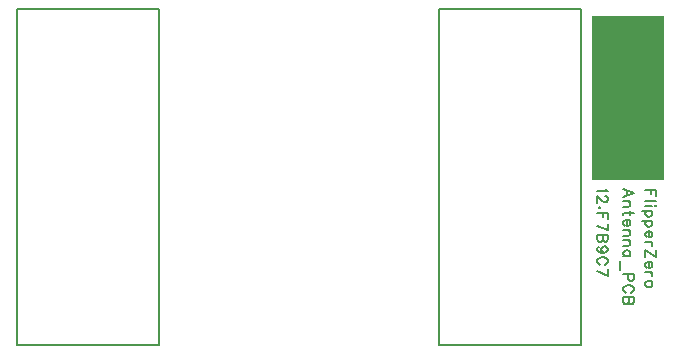
<source format=gto>
G04 Layer: TopSilkscreenLayer*
G04 EasyEDA Pro v2.1.51.8c9149c1.e57db4, 2024-04-09 19:57:42*
G04 Gerber Generator version 0.3*
G04 Scale: 100 percent, Rotated: No, Reflected: No*
G04 Dimensions in millimeters*
G04 Leading zeros omitted, absolute positions, 3 integers and 5 decimals*
%FSLAX35Y35*%
%MOMM*%
%ADD10C,0.1778*%
%ADD11C,0.18288*%
G75*


G04 Text Start*
G54D10*
G01X5978141Y-2533162D02*
G01X5889749Y-2533162D01*
G01X5978141Y-2533162D02*
G01X5978141Y-2587772D01*
G01X5935977Y-2533162D02*
G01X5935977Y-2566944D01*
G01X5978141Y-2625872D02*
G01X5889749Y-2625872D01*
G01X5978141Y-2663972D02*
G01X5973823Y-2668036D01*
G01X5978141Y-2672354D01*
G01X5982205Y-2668036D01*
G01X5978141Y-2663972D01*
G01X5948677Y-2668036D02*
G01X5889749Y-2668036D01*
G01X5948677Y-2710454D02*
G01X5860285Y-2710454D01*
G01X5935977Y-2710454D02*
G01X5944359Y-2718836D01*
G01X5948677Y-2727218D01*
G01Y-2739664D01*
G01X5944359Y-2748300D01*
G01X5935977Y-2756682D01*
G01X5923277Y-2760746D01*
G01X5914895D01*
G01X5902449Y-2756682D01*
G01X5893813Y-2748300D01*
G01X5889749Y-2739664D01*
G01Y-2727218D01*
G01X5893813Y-2718836D01*
G01X5902449Y-2710454D01*
G01X5948677Y-2798846D02*
G01X5860285Y-2798846D01*
G01X5935977Y-2798846D02*
G01X5944359Y-2807228D01*
G01X5948677Y-2815610D01*
G01Y-2828056D01*
G01X5944359Y-2836692D01*
G01X5935977Y-2845074D01*
G01X5923277Y-2849138D01*
G01X5914895D01*
G01X5902449Y-2845074D01*
G01X5893813Y-2836692D01*
G01X5889749Y-2828056D01*
G01Y-2815610D01*
G01X5893813Y-2807228D01*
G01X5902449Y-2798846D01*
G01X5923277Y-2887238D02*
G01X5923277Y-2937530D01*
G01X5931913D01*
G01X5940295Y-2933466D01*
G01X5944359Y-2929148D01*
G01X5948677Y-2920766D01*
G01Y-2908066D01*
G01X5944359Y-2899684D01*
G01X5935977Y-2891302D01*
G01X5923277Y-2887238D01*
G01X5914895D01*
G01X5902449Y-2891302D01*
G01X5893813Y-2899684D01*
G01X5889749Y-2908066D01*
G01Y-2920766D01*
G01X5893813Y-2929148D01*
G01X5902449Y-2937530D01*
G01X5948677Y-2975630D02*
G01X5889749Y-2975630D01*
G01X5923277Y-2975630D02*
G01X5935977Y-2979694D01*
G01X5944359Y-2988076D01*
G01X5948677Y-2996458D01*
G01Y-3009158D01*
G01X5978141Y-3105932D02*
G01X5889749Y-3047258D01*
G01X5978141Y-3047258D02*
G01X5978141Y-3105932D01*
G01X5889749Y-3047258D02*
G01X5889749Y-3105932D01*
G01X5923277Y-3144032D02*
G01X5923277Y-3194324D01*
G01X5931913D01*
G01X5940295Y-3190260D01*
G01X5944359Y-3185942D01*
G01X5948677Y-3177560D01*
G01Y-3164860D01*
G01X5944359Y-3156478D01*
G01X5935977Y-3148096D01*
G01X5923277Y-3144032D01*
G01X5914895D01*
G01X5902449Y-3148096D01*
G01X5893813Y-3156478D01*
G01X5889749Y-3164860D01*
G01Y-3177560D01*
G01X5893813Y-3185942D01*
G01X5902449Y-3194324D01*
G01X5948677Y-3232424D02*
G01X5889749Y-3232424D01*
G01X5923277Y-3232424D02*
G01X5935977Y-3236488D01*
G01X5944359Y-3244870D01*
G01X5948677Y-3253252D01*
G01Y-3265952D01*
G01X5948677Y-3324880D02*
G01X5944359Y-3316498D01*
G01X5935977Y-3308116D01*
G01X5923277Y-3304052D01*
G01X5914895D01*
G01X5902449Y-3308116D01*
G01X5893813Y-3316498D01*
G01X5889749Y-3324880D01*
G01Y-3337580D01*
G01X5893813Y-3345962D01*
G01X5902449Y-3354344D01*
G01X5914895Y-3358662D01*
G01X5923277D01*
G01X5935977Y-3354344D01*
G01X5944359Y-3345962D01*
G01X5948677Y-3337580D01*
G01Y-3324880D01*
G01X5792003Y-2560943D02*
G01X5703611Y-2527161D01*
G01X5792003Y-2560943D02*
G01X5703611Y-2594471D01*
G01X5733075Y-2539861D02*
G01X5733075Y-2581771D01*
G01X5762539Y-2632571D02*
G01X5703611Y-2632571D01*
G01X5745775Y-2632571D02*
G01X5758221Y-2645017D01*
G01X5762539Y-2653399D01*
G01Y-2666099D01*
G01X5758221Y-2674481D01*
G01X5745775Y-2678799D01*
G01X5703611D01*
G01X5792003Y-2729345D02*
G01X5720375Y-2729345D01*
G01X5707675Y-2733663D01*
G01X5703611Y-2742045D01*
G01Y-2750427D01*
G01X5762539Y-2716899D02*
G01X5762539Y-2746109D01*
G01X5737139Y-2788527D02*
G01X5737139Y-2838819D01*
G01X5745775D01*
G01X5754157Y-2834755D01*
G01X5758221Y-2830437D01*
G01X5762539Y-2822055D01*
G01Y-2809355D01*
G01X5758221Y-2800973D01*
G01X5749839Y-2792591D01*
G01X5737139Y-2788527D01*
G01X5728757D01*
G01X5716311Y-2792591D01*
G01X5707675Y-2800973D01*
G01X5703611Y-2809355D01*
G01Y-2822055D01*
G01X5707675Y-2830437D01*
G01X5716311Y-2838819D01*
G01X5762539Y-2876919D02*
G01X5703611Y-2876919D01*
G01X5745775Y-2876919D02*
G01X5758221Y-2889365D01*
G01X5762539Y-2897747D01*
G01Y-2910447D01*
G01X5758221Y-2918829D01*
G01X5745775Y-2923147D01*
G01X5703611D01*
G01X5762539Y-2961247D02*
G01X5703611Y-2961247D01*
G01X5745775Y-2961247D02*
G01X5758221Y-2973693D01*
G01X5762539Y-2982075D01*
G01Y-2994775D01*
G01X5758221Y-3003157D01*
G01X5745775Y-3007475D01*
G01X5703611D01*
G01X5762539Y-3095867D02*
G01X5703611Y-3095867D01*
G01X5749839Y-3095867D02*
G01X5758221Y-3087485D01*
G01X5762539Y-3079103D01*
G01Y-3066403D01*
G01X5758221Y-3058021D01*
G01X5749839Y-3049639D01*
G01X5737139Y-3045575D01*
G01X5728757D01*
G01X5716311Y-3049639D01*
G01X5707675Y-3058021D01*
G01X5703611Y-3066403D01*
G01Y-3079103D01*
G01X5707675Y-3087485D01*
G01X5716311Y-3095867D01*
G01X5674147Y-3133967D02*
G01X5674147Y-3209659D01*
G01X5792003Y-3247759D02*
G01X5703611Y-3247759D01*
G01X5792003Y-3247759D02*
G01X5792003Y-3285605D01*
G01X5787685Y-3298051D01*
G01X5783621Y-3302369D01*
G01X5774985Y-3306433D01*
G01X5762539D01*
G01X5754157Y-3302369D01*
G01X5749839Y-3298051D01*
G01X5745775Y-3285605D01*
G01Y-3247759D01*
G01X5770921Y-3407525D02*
G01X5779303Y-3403207D01*
G01X5787685Y-3394825D01*
G01X5792003Y-3386443D01*
G01Y-3369679D01*
G01X5787685Y-3361297D01*
G01X5779303Y-3352915D01*
G01X5770921Y-3348597D01*
G01X5758221Y-3344533D01*
G01X5737139D01*
G01X5724693Y-3348597D01*
G01X5716311Y-3352915D01*
G01X5707675Y-3361297D01*
G01X5703611Y-3369679D01*
G01Y-3386443D01*
G01X5707675Y-3394825D01*
G01X5716311Y-3403207D01*
G01X5724693Y-3407525D01*
G01X5792003Y-3445625D02*
G01X5703611Y-3445625D01*
G01X5792003Y-3445625D02*
G01X5792003Y-3483471D01*
G01X5787685Y-3495917D01*
G01X5783621Y-3500235D01*
G01X5774985Y-3504299D01*
G01X5766603D01*
G01X5758221Y-3500235D01*
G01X5754157Y-3495917D01*
G01X5749839Y-3483471D01*
G01X5749839Y-3445625D02*
G01X5749839Y-3483471D01*
G01X5745775Y-3495917D01*
G01X5741457Y-3500235D01*
G01X5733075Y-3504299D01*
G01X5720375D01*
G01X5711993Y-3500235D01*
G01X5707675Y-3495917D01*
G01X5703611Y-3483471D01*
G01Y-3445625D01*
G01X5553084Y-2524964D02*
G01X5557402Y-2533346D01*
G01X5570102Y-2546046D01*
G01X5481710D01*
G01X5549020Y-2588210D02*
G01X5553084Y-2588210D01*
G01X5561720Y-2592528D01*
G01X5565784Y-2596592D01*
G01X5570102Y-2604974D01*
G01Y-2621992D01*
G01X5565784Y-2630374D01*
G01X5561720Y-2634438D01*
G01X5553084Y-2638756D01*
G01X5544702D01*
G01X5536320Y-2634438D01*
G01X5523874Y-2626056D01*
G01X5481710Y-2584146D01*
G01Y-2642820D01*
G01X5502792Y-2684984D02*
G01X5498474Y-2680920D01*
G01X5494410Y-2684984D01*
G01X5498474Y-2689302D01*
G01X5502792Y-2684984D01*
G01X5570102Y-2727402D02*
G01X5481710Y-2727402D01*
G01X5570102Y-2727402D02*
G01X5570102Y-2782012D01*
G01X5527938Y-2727402D02*
G01X5527938Y-2760930D01*
G01X5570102Y-2878786D02*
G01X5481710Y-2836876D01*
G01X5570102Y-2820112D02*
G01X5570102Y-2878786D01*
G01X5570102Y-2916886D02*
G01X5481710Y-2916886D01*
G01X5570102Y-2916886D02*
G01X5570102Y-2954732D01*
G01X5565784Y-2967178D01*
G01X5561720Y-2971496D01*
G01X5553084Y-2975560D01*
G01X5544702D01*
G01X5536320Y-2971496D01*
G01X5532256Y-2967178D01*
G01X5527938Y-2954732D01*
G01X5527938Y-2916886D02*
G01X5527938Y-2954732D01*
G01X5523874Y-2967178D01*
G01X5519556Y-2971496D01*
G01X5511174Y-2975560D01*
G01X5498474D01*
G01X5490092Y-2971496D01*
G01X5485774Y-2967178D01*
G01X5481710Y-2954732D01*
G01Y-2916886D01*
G01X5540638Y-3068270D02*
G01X5527938Y-3063952D01*
G01X5519556Y-3055570D01*
G01X5515238Y-3042870D01*
G01Y-3038806D01*
G01X5519556Y-3026106D01*
G01X5527938Y-3017724D01*
G01X5540638Y-3013660D01*
G01X5544702D01*
G01X5557402Y-3017724D01*
G01X5565784Y-3026106D01*
G01X5570102Y-3038806D01*
G01Y-3042870D01*
G01X5565784Y-3055570D01*
G01X5557402Y-3063952D01*
G01X5540638Y-3068270D01*
G01X5519556D01*
G01X5498474Y-3063952D01*
G01X5485774Y-3055570D01*
G01X5481710Y-3042870D01*
G01Y-3034488D01*
G01X5485774Y-3022042D01*
G01X5494410Y-3017724D01*
G01X5549020Y-3169362D02*
G01X5557402Y-3165044D01*
G01X5565784Y-3156662D01*
G01X5570102Y-3148280D01*
G01Y-3131516D01*
G01X5565784Y-3123134D01*
G01X5557402Y-3114752D01*
G01X5549020Y-3110434D01*
G01X5536320Y-3106370D01*
G01X5515238D01*
G01X5502792Y-3110434D01*
G01X5494410Y-3114752D01*
G01X5485774Y-3123134D01*
G01X5481710Y-3131516D01*
G01Y-3148280D01*
G01X5485774Y-3156662D01*
G01X5494410Y-3165044D01*
G01X5502792Y-3169362D01*
G01X5570102Y-3266136D02*
G01X5481710Y-3224226D01*
G01X5570102Y-3207462D02*
G01X5570102Y-3266136D01*
G04 Text End*

G04 Rect Start*
G54D11*
G01X572498Y-1002793D02*
G01X572498Y-3848488D01*
G01X1775496D01*
G01Y-1002793D01*
G01X572498D01*
G01X4143466Y-1006689D02*
G01X4143466Y-3852384D01*
G01X5346464D01*
G01Y-1006689D01*
G01X4143466D01*
G36*
G01X5441750Y-1066740D02*
G01X5441750Y-2455350D01*
G01X6044200D01*
G01Y-1066740D01*
G01X5441750D01*
G37*
G04 Rect End*

M02*

</source>
